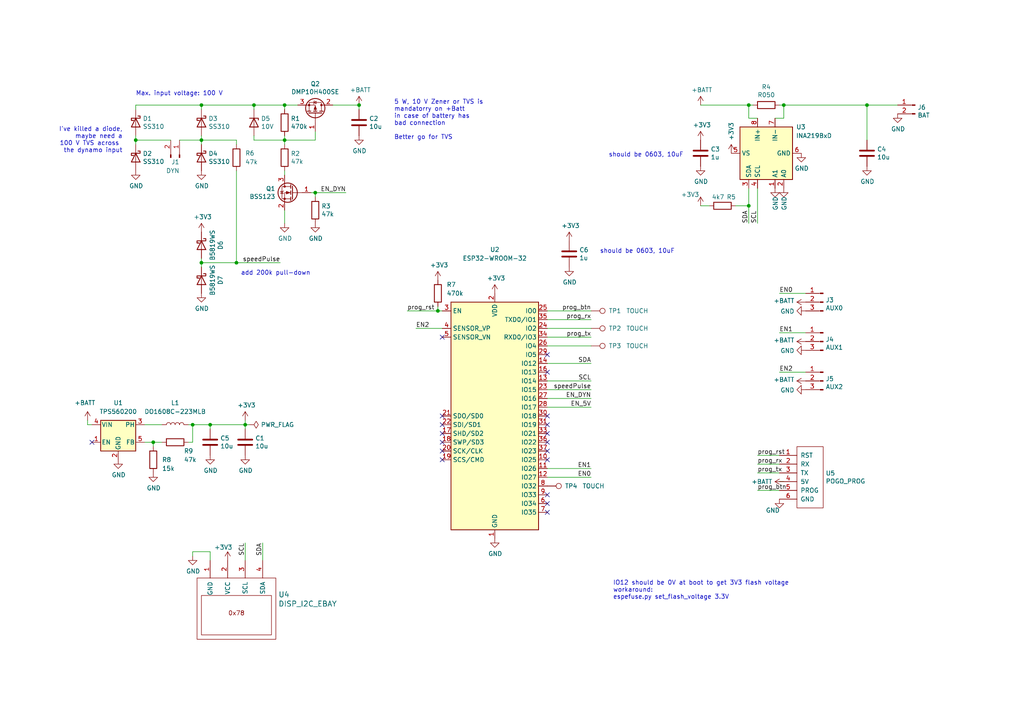
<source format=kicad_sch>
(kicad_sch (version 20211123) (generator eeschema)
  (paper "A4")
  (title_block (title "Velogen") (date "2020-09-22") (rev "-"))
  (lib_symbols
    (symbol "Analog_ADC:INA219BxD"
      (property "Reference" "U" (at -6.35 8.89 0))
      (property "Value" "INA219BxD" (at 5.08 8.89 0))
      (symbol "INA219BxD_0_1"
        (rectangle (start -7.62 7.62) (end 7.62 -7.62) (stroke (width 0.254)) (fill (type background)))
      )
      (symbol "INA219BxD_1_1"
        (pin input line (at 10.16 -2.54 180) (length 2.54) (name "A1") (number "1"))
        (pin input line (at 10.16 -5.08 180) (length 2.54) (name "A0") (number "2"))
        (pin bidirectional line (at 10.16 5.08 180) (length 2.54) (name "SDA") (number "3"))
        (pin input line (at 10.16 2.54 180) (length 2.54) (name "SCL") (number "4"))
        (pin power_in line (at 0 10.16 270) (length 2.54) (name "VS") (number "5"))
        (pin power_in line (at 0 -10.16 90) (length 2.54) (name "GND") (number "6"))
        (pin input line (at -10.16 -2.54 0) (length 2.54) (name "IN-") (number "7"))
        (pin input line (at -10.16 2.54 0) (length 2.54) (name "IN+") (number "8"))
      )
    )
    (symbol "Connector:Conn_01x02_Male" (pin_names (offset 1.016) hide)
      (property "Reference" "J" (at 0 2.54 0))
      (property "Value" "Conn_01x02_Male" (at 0 -5.08 0))
      (symbol "Conn_01x02_Male_1_1"
        (polyline (pts (xy 1.27 -2.54) (xy 0.8636 -2.54)) (stroke (width 0.1524)))
        (polyline (pts (xy 1.27 0) (xy 0.8636 0)) (stroke (width 0.1524)))
        (rectangle (start 0.8636 -2.413) (end 0 -2.667) (stroke (width 0.1524)) (fill (type outline)))
        (rectangle (start 0.8636 0.127) (end 0 -0.127) (stroke (width 0.1524)) (fill (type outline)))
        (pin passive line (at 5.08 0 180) (length 3.81) (name "Pin_1") (number "1"))
        (pin passive line (at 5.08 -2.54 180) (length 3.81) (name "Pin_2") (number "2"))
      )
    )
    (symbol "Connector:Conn_01x03_Male" (pin_names (offset 1.016) hide)
      (property "Reference" "J" (at 0 5.08 0))
      (property "Value" "Conn_01x03_Male" (at 0 -5.08 0))
      (symbol "Conn_01x03_Male_1_1"
        (polyline (pts (xy 1.27 -2.54) (xy 0.8636 -2.54)) (stroke (width 0.1524)))
        (polyline (pts (xy 1.27 0) (xy 0.8636 0)) (stroke (width 0.1524)))
        (polyline (pts (xy 1.27 2.54) (xy 0.8636 2.54)) (stroke (width 0.1524)))
        (rectangle (start 0.8636 -2.413) (end 0 -2.667) (stroke (width 0.1524)) (fill (type outline)))
        (rectangle (start 0.8636 0.127) (end 0 -0.127) (stroke (width 0.1524)) (fill (type outline)))
        (rectangle (start 0.8636 2.667) (end 0 2.413) (stroke (width 0.1524)) (fill (type outline)))
        (pin passive line (at 5.08 2.54 180) (length 3.81) (name "Pin_1") (number "1"))
        (pin passive line (at 5.08 0 180) (length 3.81) (name "Pin_2") (number "2"))
        (pin passive line (at 5.08 -2.54 180) (length 3.81) (name "Pin_3") (number "3"))
      )
    )
    (symbol "Connector:TestPoint" (pin_numbers hide) (pin_names (offset 0.762) hide)
      (property "Reference" "TP" (at 0 6.858 0))
      (property "Value" "TestPoint" (at 0 5.08 0))
      (symbol "TestPoint_0_1"
        (circle (center 0 3.302) (radius 0.762))
      )
      (symbol "TestPoint_1_1"
        (pin passive line (at 0 0 90) (length 2.54) (name "1") (number "1"))
      )
    )
    (symbol "Device:C" (pin_numbers hide) (pin_names (offset 0.254))
      (property "Reference" "C" (at 0.635 2.54 0))
      (property "Value" "C" (at 0.635 -2.54 0))
      (symbol "C_0_1"
        (polyline (pts (xy -2.032 -0.762) (xy 2.032 -0.762)) (stroke (width 0.508)))
        (polyline (pts (xy -2.032 0.762) (xy 2.032 0.762)) (stroke (width 0.508)))
      )
      (symbol "C_1_1"
        (pin passive line (at 0 3.81 270) (length 2.794) (name "~") (number "1"))
        (pin passive line (at 0 -3.81 90) (length 2.794) (name "~") (number "2"))
      )
    )
    (symbol "Device:D_Schottky" (pin_numbers hide) (pin_names (offset 1.016) hide)
      (property "Reference" "D" (at 0 2.54 0))
      (property "Value" "D_Schottky" (at 0 -2.54 0))
      (symbol "D_Schottky_0_1"
        (polyline (pts (xy 1.27 0) (xy -1.27 0)))
        (polyline (pts (xy 1.27 1.27) (xy 1.27 -1.27) (xy -1.27 0) (xy 1.27 1.27)) (stroke (width 0.254)))
        (polyline (pts (xy -1.905 0.635) (xy -1.905 1.27) (xy -1.27 1.27) (xy -1.27 -1.27) (xy -0.635 -1.27) (xy -0.635 -0.635)) (stroke (width 0.254)))
      )
      (symbol "D_Schottky_1_1"
        (pin passive line (at -3.81 0 0) (length 2.54) (name "K") (number "1"))
        (pin passive line (at 3.81 0 180) (length 2.54) (name "A") (number "2"))
      )
    )
    (symbol "Device:D_Zener" (pin_numbers hide) (pin_names (offset 1.016) hide)
      (property "Reference" "D" (at 0 2.54 0))
      (property "Value" "D_Zener" (at 0 -2.54 0))
      (symbol "D_Zener_0_1"
        (polyline (pts (xy 1.27 0) (xy -1.27 0)))
        (polyline (pts (xy -1.27 -1.27) (xy -1.27 1.27) (xy -0.762 1.27)) (stroke (width 0.254)))
        (polyline (pts (xy 1.27 -1.27) (xy 1.27 1.27) (xy -1.27 0) (xy 1.27 -1.27)) (stroke (width 0.254)))
      )
      (symbol "D_Zener_1_1"
        (pin passive line (at -3.81 0 0) (length 2.54) (name "K") (number "1"))
        (pin passive line (at 3.81 0 180) (length 2.54) (name "A") (number "2"))
      )
    )
    (symbol "Device:L" (pin_numbers hide) (pin_names (offset 1.016) hide)
      (property "Reference" "L" (at -1.27 0 90))
      (property "Value" "L" (at 1.905 0 90))
      (symbol "L_0_1"
        (arc (start 0 -2.54) (mid 0.635 -1.905) (end 0 -1.27))
        (arc (start 0 -1.27) (mid 0.635 -0.635) (end 0 0))
        (arc (start 0 0) (mid 0.635 0.635) (end 0 1.27))
        (arc (start 0 1.27) (mid 0.635 1.905) (end 0 2.54))
      )
      (symbol "L_1_1"
        (pin passive line (at 0 3.81 270) (length 1.27) (name "1") (number "1"))
        (pin passive line (at 0 -3.81 90) (length 1.27) (name "2") (number "2"))
      )
    )
    (symbol "Device:Q_PMOS_GDS" (pin_names (offset 0) hide)
      (property "Reference" "Q" (at 5.08 1.27 0))
      (property "Value" "Q_PMOS_GDS" (at 5.08 -1.27 0))
      (symbol "Q_PMOS_GDS_0_1"
        (polyline (pts (xy 0.254 0) (xy -2.54 0)))
        (polyline (pts (xy 0.254 1.905) (xy 0.254 -1.905)) (stroke (width 0.254)))
        (polyline (pts (xy 0.762 -1.27) (xy 0.762 -2.286)) (stroke (width 0.254)))
        (polyline (pts (xy 0.762 0.508) (xy 0.762 -0.508)) (stroke (width 0.254)))
        (polyline (pts (xy 0.762 2.286) (xy 0.762 1.27)) (stroke (width 0.254)))
        (polyline (pts (xy 2.54 2.54) (xy 2.54 1.778)))
        (polyline (pts (xy 2.54 -2.54) (xy 2.54 0) (xy 0.762 0)))
        (polyline (pts (xy 0.762 1.778) (xy 3.302 1.778) (xy 3.302 -1.778) (xy 0.762 -1.778)))
        (polyline (pts (xy 2.286 0) (xy 1.27 0.381) (xy 1.27 -0.381) (xy 2.286 0)) (fill (type outline)))
        (polyline (pts (xy 2.794 -0.508) (xy 2.921 -0.381) (xy 3.683 -0.381) (xy 3.81 -0.254)))
        (polyline (pts (xy 3.302 -0.381) (xy 2.921 0.254) (xy 3.683 0.254) (xy 3.302 -0.381)))
        (circle (center 1.651 0) (radius 2.794) (stroke (width 0.254)))
        (circle (center 2.54 -1.778) (radius 0.254) (fill (type outline)))
        (circle (center 2.54 1.778) (radius 0.254) (fill (type outline)))
      )
      (symbol "Q_PMOS_GDS_1_1"
        (pin input line (at -5.08 0 0) (length 2.54) (name "G") (number "1"))
        (pin passive line (at 2.54 5.08 270) (length 2.54) (name "D") (number "2"))
        (pin passive line (at 2.54 -5.08 90) (length 2.54) (name "S") (number "3"))
      )
    )
    (symbol "Device:R" (pin_numbers hide) (pin_names (offset 0))
      (property "Reference" "R" (at 2.032 0 90))
      (property "Value" "R" (at 0 0 90))
      (symbol "R_0_1"
        (rectangle (start -1.016 -2.54) (end 1.016 2.54) (stroke (width 0.254)))
      )
      (symbol "R_1_1"
        (pin passive line (at 0 3.81 270) (length 1.27) (name "~") (number "1"))
        (pin passive line (at 0 -3.81 90) (length 1.27) (name "~") (number "2"))
      )
    )
    (symbol "RF_Module:ESP32-WROOM-32"
      (property "Reference" "U" (at -12.7 34.29 0))
      (property "Value" "ESP32-WROOM-32" (at 1.27 34.29 0))
      (symbol "ESP32-WROOM-32_0_1"
        (rectangle (start -12.7 33.02) (end 12.7 -33.02) (stroke (width 0.254)) (fill (type background)))
      )
      (symbol "ESP32-WROOM-32_1_1"
        (pin power_in line (at 0 -35.56 90) (length 2.54) (name "GND") (number "1"))
        (pin bidirectional line (at 15.24 -12.7 180) (length 2.54) (name "IO25") (number "10"))
        (pin bidirectional line (at 15.24 -15.24 180) (length 2.54) (name "IO26") (number "11"))
        (pin bidirectional line (at 15.24 -17.78 180) (length 2.54) (name "IO27") (number "12"))
        (pin bidirectional line (at 15.24 10.16 180) (length 2.54) (name "IO14") (number "13"))
        (pin bidirectional line (at 15.24 15.24 180) (length 2.54) (name "IO12") (number "14"))
        (pin passive line (at 0 -35.56 90) (length 2.54) hide (name "GND") (number "15"))
        (pin bidirectional line (at 15.24 12.7 180) (length 2.54) (name "IO13") (number "16"))
        (pin bidirectional line (at -15.24 -5.08 0) (length 2.54) (name "SHD/SD2") (number "17"))
        (pin bidirectional line (at -15.24 -7.62 0) (length 2.54) (name "SWP/SD3") (number "18"))
        (pin bidirectional line (at -15.24 -12.7 0) (length 2.54) (name "SCS/CMD") (number "19"))
        (pin power_in line (at 0 35.56 270) (length 2.54) (name "VDD") (number "2"))
        (pin bidirectional line (at -15.24 -10.16 0) (length 2.54) (name "SCK/CLK") (number "20"))
        (pin bidirectional line (at -15.24 0 0) (length 2.54) (name "SDO/SD0") (number "21"))
        (pin bidirectional line (at -15.24 -2.54 0) (length 2.54) (name "SDI/SD1") (number "22"))
        (pin bidirectional line (at 15.24 7.62 180) (length 2.54) (name "IO15") (number "23"))
        (pin bidirectional line (at 15.24 25.4 180) (length 2.54) (name "IO2") (number "24"))
        (pin bidirectional line (at 15.24 30.48 180) (length 2.54) (name "IO0") (number "25"))
        (pin bidirectional line (at 15.24 20.32 180) (length 2.54) (name "IO4") (number "26"))
        (pin bidirectional line (at 15.24 5.08 180) (length 2.54) (name "IO16") (number "27"))
        (pin bidirectional line (at 15.24 2.54 180) (length 2.54) (name "IO17") (number "28"))
        (pin bidirectional line (at 15.24 17.78 180) (length 2.54) (name "IO5") (number "29"))
        (pin input line (at -15.24 30.48 0) (length 2.54) (name "EN") (number "3"))
        (pin bidirectional line (at 15.24 0 180) (length 2.54) (name "IO18") (number "30"))
        (pin bidirectional line (at 15.24 -2.54 180) (length 2.54) (name "IO19") (number "31"))
        (pin no_connect line (at -12.7 -27.94 0) (length 2.54) hide (name "NC") (number "32"))
        (pin bidirectional line (at 15.24 -5.08 180) (length 2.54) (name "IO21") (number "33"))
        (pin bidirectional line (at 15.24 22.86 180) (length 2.54) (name "RXD0/IO3") (number "34"))
        (pin bidirectional line (at 15.24 27.94 180) (length 2.54) (name "TXD0/IO1") (number "35"))
        (pin bidirectional line (at 15.24 -7.62 180) (length 2.54) (name "IO22") (number "36"))
        (pin bidirectional line (at 15.24 -10.16 180) (length 2.54) (name "IO23") (number "37"))
        (pin passive line (at 0 -35.56 90) (length 2.54) hide (name "GND") (number "38"))
        (pin passive line (at 0 -35.56 90) (length 2.54) hide (name "GND") (number "39"))
        (pin input line (at -15.24 25.4 0) (length 2.54) (name "SENSOR_VP") (number "4"))
        (pin input line (at -15.24 22.86 0) (length 2.54) (name "SENSOR_VN") (number "5"))
        (pin input line (at 15.24 -25.4 180) (length 2.54) (name "IO34") (number "6"))
        (pin input line (at 15.24 -27.94 180) (length 2.54) (name "IO35") (number "7"))
        (pin bidirectional line (at 15.24 -20.32 180) (length 2.54) (name "IO32") (number "8"))
        (pin bidirectional line (at 15.24 -22.86 180) (length 2.54) (name "IO33") (number "9"))
      )
    )
    (symbol "Regulator_Switching:TPS560200" (pin_names (offset 0.254))
      (property "Reference" "U" (at -5.08 5.08 0))
      (property "Value" "TPS560200" (at 0 5.08 0))
      (symbol "TPS560200_0_1"
        (rectangle (start -5.08 3.81) (end 5.08 -5.08) (stroke (width 0.254)) (fill (type background)))
      )
      (symbol "TPS560200_1_1"
        (pin input line (at -7.62 -2.54 0) (length 2.54) (name "EN") (number "1"))
        (pin power_in line (at 0 -7.62 90) (length 2.54) (name "GND") (number "2"))
        (pin power_out line (at 7.62 2.54 180) (length 2.54) (name "PH") (number "3"))
        (pin power_in line (at -7.62 2.54 0) (length 2.54) (name "VIN") (number "4"))
        (pin input line (at 7.62 -2.54 180) (length 2.54) (name "FB") (number "5"))
      )
    )
    (symbol "Transistor_FET:BSS123" (pin_names hide)
      (property "Reference" "Q" (at 5.08 1.905 0))
      (property "Value" "BSS123" (at 5.08 0 0))
      (symbol "BSS123_0_1"
        (polyline (pts (xy 0.254 0) (xy -2.54 0)))
        (polyline (pts (xy 0.254 1.905) (xy 0.254 -1.905)) (stroke (width 0.254)))
        (polyline (pts (xy 0.762 -1.27) (xy 0.762 -2.286)) (stroke (width 0.254)))
        (polyline (pts (xy 0.762 0.508) (xy 0.762 -0.508)) (stroke (width 0.254)))
        (polyline (pts (xy 0.762 2.286) (xy 0.762 1.27)) (stroke (width 0.254)))
        (polyline (pts (xy 2.54 2.54) (xy 2.54 1.778)))
        (polyline (pts (xy 2.54 -2.54) (xy 2.54 0) (xy 0.762 0)))
        (polyline (pts (xy 0.762 -1.778) (xy 3.302 -1.778) (xy 3.302 1.778) (xy 0.762 1.778)))
        (polyline (pts (xy 1.016 0) (xy 2.032 0.381) (xy 2.032 -0.381) (xy 1.016 0)) (fill (type outline)))
        (polyline (pts (xy 2.794 0.508) (xy 2.921 0.381) (xy 3.683 0.381) (xy 3.81 0.254)))
        (polyline (pts (xy 3.302 0.381) (xy 2.921 -0.254) (xy 3.683 -0.254) (xy 3.302 0.381)))
        (circle (center 1.651 0) (radius 2.794) (stroke (width 0.254)))
        (circle (center 2.54 -1.778) (radius 0.254) (fill (type outline)))
        (circle (center 2.54 1.778) (radius 0.254) (fill (type outline)))
      )
      (symbol "BSS123_1_1"
        (pin input line (at -5.08 0 0) (length 2.54) (name "G") (number "1"))
        (pin passive line (at 2.54 -5.08 90) (length 2.54) (name "S") (number "2"))
        (pin passive line (at 2.54 5.08 270) (length 2.54) (name "D") (number "3"))
      )
    )
    (symbol "power:+3V3" (power) (pin_names (offset 0))
      (property "Value" "+3V3" (at 0 3.556 0))
      (symbol "+3V3_0_1"
        (polyline (pts (xy -0.762 1.27) (xy 0 2.54)))
        (polyline (pts (xy 0 0) (xy 0 2.54)))
        (polyline (pts (xy 0 2.54) (xy 0.762 1.27)))
      )
      (symbol "+3V3_1_1"
        (pin power_in line (at 0 0 90) (length 0) hide (name "+3V3") (number "1"))
      )
    )
    (symbol "power:+BATT" (power) (pin_names (offset 0))
      (property "Value" "+BATT" (at 0 3.556 0))
      (symbol "+BATT_0_1"
        (polyline (pts (xy -0.762 1.27) (xy 0 2.54)))
        (polyline (pts (xy 0 0) (xy 0 2.54)))
        (polyline (pts (xy 0 2.54) (xy 0.762 1.27)))
      )
      (symbol "+BATT_1_1"
        (pin power_in line (at 0 0 90) (length 0) hide (name "+BATT") (number "1"))
      )
    )
    (symbol "power:GND" (power) (pin_names (offset 0))
      (property "Value" "GND" (at 0 -3.81 0))
      (symbol "GND_0_1"
        (polyline (pts (xy 0 0) (xy 0 -1.27) (xy 1.27 -1.27) (xy 0 -2.54) (xy -1.27 -1.27) (xy 0 -1.27)))
      )
      (symbol "GND_1_1"
        (pin power_in line (at 0 0 270) (length 0) hide (name "GND") (number "1"))
      )
    )
    (symbol "power:PWR_FLAG" (power) (pin_numbers hide) (pin_names (offset 0) hide)
      (property "Value" "PWR_FLAG" (at 0 3.81 0))
      (symbol "PWR_FLAG_0_0"
        (pin power_out line (at 0 0 90) (length 0) (name "pwr") (number "1"))
      )
      (symbol "PWR_FLAG_0_1"
        (polyline (pts (xy 0 0) (xy 0 1.27) (xy -1.016 1.905) (xy 0 2.54) (xy 1.016 1.905) (xy 0 1.27)))
      )
    )
    (symbol "velogen2-rescue:DISP_I2C_EBAY-myStuff" (pin_names (offset 1.016))
      (property "Reference" "U" (at -6.35 1.27 0))
      (property "Value" "DISP_I2C_EBAY-myStuff" (at 0 -2.54 0))
      (symbol "DISP_I2C_EBAY-myStuff_0_0"
        (text "0x78" (at 0 2.54 0) (effects (font (size 1.27 1.27))))
      )
      (symbol "DISP_I2C_EBAY-myStuff_0_1"
        (rectangle (start -11.43 12.7) (end 11.43 -5.08))
        (rectangle (start -10.16 7.62) (end 10.16 -3.81))
      )
      (symbol "DISP_I2C_EBAY-myStuff_1_1"
        (pin power_in line (at -7.62 17.78 270) (length 5.08) (name "GND") (number "1"))
        (pin power_in line (at -2.54 17.78 270) (length 5.08) (name "VCC") (number "2"))
        (pin input line (at 2.54 17.78 270) (length 5.08) (name "SCL") (number "3"))
        (pin input line (at 7.62 17.78 270) (length 5.08) (name "SDA") (number "4"))
      )
    )
    (symbol "velogen2-rescue:POGO_PROG-myStuff" (pin_names (offset 1.016))
      (property "Reference" "U" (at 0 -13.97 0))
      (property "Value" "POGO_PROG-myStuff" (at 0 -11.43 0))
      (symbol "POGO_PROG-myStuff_0_1"
        (rectangle (start 3.81 8.89) (end -3.81 -8.89))
      )
      (symbol "POGO_PROG-myStuff_1_1"
        (pin output line (at 8.89 6.35 180) (length 5.08) (name "RST") (number "1"))
        (pin input line (at 8.89 3.81 180) (length 5.08) (name "RX") (number "2"))
        (pin output line (at 8.89 1.27 180) (length 5.08) (name "TX") (number "3"))
        (pin power_out line (at 8.89 -1.27 180) (length 5.08) (name "5V") (number "4"))
        (pin passive line (at 8.89 -3.81 180) (length 5.08) (name "PROG") (number "5"))
        (pin power_out line (at 8.89 -6.35 180) (length 5.08) (name "GND") (number "6"))
      )
    )
  )
  (junction (at 60.96 123.19))
  (junction (at 71.12 123.19))
  (junction (at 39.37 40.64))
  (junction (at 104.14 30.48))
  (junction (at 68.58 76.2))
  (junction (at 91.44 55.88))
  (junction (at 127 90.17))
  (junction (at 217.17 30.48))
  (junction (at 58.42 40.64))
  (junction (at 58.42 30.48))
  (junction (at 217.17 59.69))
  (junction (at 251.46 30.48))
  (junction (at 58.42 76.2))
  (junction (at 82.55 30.48))
  (junction (at 73.66 30.48))
  (junction (at 44.45 128.27))
  (junction (at 227.33 30.48))
  (junction (at 55.88 123.19))
  (junction (at 82.55 40.64))
  (no_connect (at 128.27 125.73))
  (no_connect (at 158.75 123.19))
  (no_connect (at 26.67 128.27))
  (no_connect (at 158.75 143.51))
  (no_connect (at 158.75 128.27))
  (no_connect (at 158.75 120.65))
  (no_connect (at 158.75 146.05))
  (no_connect (at 158.75 125.73))
  (no_connect (at 128.27 120.65))
  (no_connect (at 128.27 123.19))
  (no_connect (at 158.75 102.87))
  (no_connect (at 158.75 130.81))
  (no_connect (at 128.27 128.27))
  (no_connect (at 158.75 133.35))
  (no_connect (at 128.27 97.79))
  (no_connect (at 158.75 148.59))
  (no_connect (at 128.27 130.81))
  (no_connect (at 158.75 107.95))
  (no_connect (at 128.27 133.35))
  (wire (pts (xy 58.42 41.91) (xy 58.42 40.64)))
  (wire (pts (xy 158.75 97.79) (xy 171.45 97.79)))
  (wire (pts (xy 55.88 123.19) (xy 60.96 123.19)))
  (wire (pts (xy 217.17 54.61) (xy 217.17 59.69)))
  (wire (pts (xy 60.96 123.19) (xy 71.12 123.19)))
  (wire (pts (xy 55.88 161.29) (xy 55.88 160.02)))
  (wire (pts (xy 73.66 31.75) (xy 73.66 30.48)))
  (wire (pts (xy 54.61 128.27) (xy 55.88 128.27)))
  (wire (pts (xy 217.17 59.69) (xy 213.36 59.69)))
  (wire (pts (xy 203.2 30.48) (xy 217.17 30.48)))
  (wire (pts (xy 171.45 113.03) (xy 158.75 113.03)))
  (wire (pts (xy 39.37 40.64) (xy 39.37 41.91)))
  (wire (pts (xy 224.79 34.29) (xy 227.33 34.29)))
  (wire (pts (xy 158.75 115.57) (xy 171.45 115.57)))
  (wire (pts (xy 226.06 142.24) (xy 219.71 142.24)))
  (wire (pts (xy 158.75 135.89) (xy 171.45 135.89)))
  (wire (pts (xy 39.37 30.48) (xy 58.42 30.48)))
  (wire (pts (xy 226.06 132.08) (xy 219.71 132.08)))
  (wire (pts (xy 41.91 123.19) (xy 46.99 123.19)))
  (wire (pts (xy 52.07 40.64) (xy 58.42 40.64)))
  (wire (pts (xy 55.88 128.27) (xy 55.88 123.19)))
  (wire (pts (xy 73.66 39.37) (xy 73.66 40.64)))
  (wire (pts (xy 58.42 76.2) (xy 68.58 76.2)))
  (wire (pts (xy 218.44 30.48) (xy 217.17 30.48)))
  (wire (pts (xy 90.17 55.88) (xy 91.44 55.88)))
  (wire (pts (xy 91.44 40.64) (xy 82.55 40.64)))
  (wire (pts (xy 39.37 40.64) (xy 49.53 40.64)))
  (wire (pts (xy 158.75 110.49) (xy 171.45 110.49)))
  (wire (pts (xy 158.75 95.25) (xy 171.45 95.25)))
  (wire (pts (xy 227.33 30.48) (xy 227.33 34.29)))
  (wire (pts (xy 58.42 76.2) (xy 58.42 77.47)))
  (wire (pts (xy 25.4 121.92) (xy 25.4 123.19)))
  (wire (pts (xy 68.58 49.53) (xy 68.58 76.2)))
  (wire (pts (xy 158.75 118.11) (xy 171.45 118.11)))
  (wire (pts (xy 158.75 90.17) (xy 171.45 90.17)))
  (wire (pts (xy 203.2 59.69) (xy 205.74 59.69)))
  (wire (pts (xy 127 88.9) (xy 127 90.17)))
  (wire (pts (xy 54.61 123.19) (xy 55.88 123.19)))
  (wire (pts (xy 46.99 128.27) (xy 44.45 128.27)))
  (wire (pts (xy 55.88 160.02) (xy 60.96 160.02)))
  (wire (pts (xy 68.58 41.91) (xy 68.58 40.64)))
  (wire (pts (xy 217.17 59.69) (xy 217.17 64.77)))
  (wire (pts (xy 158.75 92.71) (xy 171.45 92.71)))
  (wire (pts (xy 72.39 123.19) (xy 71.12 123.19)))
  (wire (pts (xy 91.44 55.88) (xy 91.44 57.15)))
  (wire (pts (xy 251.46 40.64) (xy 251.46 30.48)))
  (wire (pts (xy 44.45 129.54) (xy 44.45 128.27)))
  (wire (pts (xy 68.58 76.2) (xy 81.28 76.2)))
  (wire (pts (xy 217.17 34.29) (xy 217.17 30.48)))
  (wire (pts (xy 219.71 54.61) (xy 219.71 64.77)))
  (wire (pts (xy 39.37 39.37) (xy 39.37 40.64)))
  (wire (pts (xy 82.55 41.91) (xy 82.55 40.64)))
  (wire (pts (xy 71.12 121.92) (xy 71.12 123.19)))
  (wire (pts (xy 73.66 40.64) (xy 82.55 40.64)))
  (wire (pts (xy 158.75 105.41) (xy 171.45 105.41)))
  (wire (pts (xy 96.52 30.48) (xy 104.14 30.48)))
  (wire (pts (xy 91.44 38.1) (xy 91.44 40.64)))
  (wire (pts (xy 39.37 31.75) (xy 39.37 30.48)))
  (wire (pts (xy 127 90.17) (xy 128.27 90.17)))
  (wire (pts (xy 71.12 123.19) (xy 71.12 124.46)))
  (wire (pts (xy 82.55 30.48) (xy 86.36 30.48)))
  (wire (pts (xy 227.33 30.48) (xy 226.06 30.48)))
  (wire (pts (xy 226.06 137.16) (xy 219.71 137.16)))
  (wire (pts (xy 233.68 85.09) (xy 226.06 85.09)))
  (wire (pts (xy 158.75 100.33) (xy 171.45 100.33)))
  (wire (pts (xy 41.91 128.27) (xy 44.45 128.27)))
  (wire (pts (xy 73.66 30.48) (xy 82.55 30.48)))
  (wire (pts (xy 71.12 162.56) (xy 71.12 157.48)))
  (wire (pts (xy 219.71 34.29) (xy 217.17 34.29)))
  (wire (pts (xy 128.27 95.25) (xy 120.65 95.25)))
  (wire (pts (xy 58.42 74.93) (xy 58.42 76.2)))
  (wire (pts (xy 233.68 107.95) (xy 226.06 107.95)))
  (wire (pts (xy 60.96 124.46) (xy 60.96 123.19)))
  (wire (pts (xy 226.06 139.7) (xy 227.33 139.7)))
  (wire (pts (xy 227.33 30.48) (xy 251.46 30.48)))
  (wire (pts (xy 82.55 31.75) (xy 82.55 30.48)))
  (wire (pts (xy 158.75 138.43) (xy 171.45 138.43)))
  (wire (pts (xy 58.42 30.48) (xy 73.66 30.48)))
  (wire (pts (xy 91.44 55.88) (xy 100.33 55.88)))
  (wire (pts (xy 251.46 30.48) (xy 260.35 30.48)))
  (wire (pts (xy 60.96 160.02) (xy 60.96 162.56)))
  (wire (pts (xy 127 90.17) (xy 118.11 90.17)))
  (wire (pts (xy 25.4 123.19) (xy 26.67 123.19)))
  (wire (pts (xy 233.68 96.52) (xy 226.06 96.52)))
  (wire (pts (xy 82.55 39.37) (xy 82.55 40.64)))
  (wire (pts (xy 76.2 162.56) (xy 76.2 157.48)))
  (wire (pts (xy 68.58 40.64) (xy 58.42 40.64)))
  (wire (pts (xy 104.14 31.75) (xy 104.14 30.48)))
  (wire (pts (xy 82.55 49.53) (xy 82.55 50.8)))
  (wire (pts (xy 58.42 40.64) (xy 58.42 39.37)))
  (wire (pts (xy 226.06 134.62) (xy 219.71 134.62)))
  (wire (pts (xy 58.42 30.48) (xy 58.42 31.75)))
  (wire (pts (xy 82.55 64.77) (xy 82.55 60.96)))
  (text "IO12 should be 0V at boot to get 3V3 flash voltage\nworkaround:\nespefuse.py set_flash_voltage 3.3V" (at 177.8 173.99 0) (effects (font (size 1.27 1.27)) (justify left bottom)))
  (text "add 200k pull-down" (at 69.85 80.01 0) (effects (font (size 1.27 1.27)) (justify left bottom)))
  (text "5 W, 10 V Zener or TVS is\nmandatorry on +Batt\nin case of battery has\nbad connection\n\nBetter go for TVS" (at 114.3 40.64 0) (effects (font (size 1.27 1.27)) (justify left bottom)))
  (text "should be 0603, 10uF" (at 176.53 45.72 0) (effects (font (size 1.27 1.27)) (justify left bottom)))
  (text "I've killed a diode,\nmaybe need a\n100 V TVS across \nthe dynamo input" (at 35.56 44.45 0) (effects (font (size 1.27 1.27)) (justify right bottom)))
  (text "Max. input voltage: 100 V" (at 39.37 27.94 0) (effects (font (size 1.27 1.27)) (justify left bottom)))
  (text "should be 0603, 10uF" (at 173.99 73.66 0) (effects (font (size 1.27 1.27)) (justify left bottom)))
  (label "prog_tx" (at 219.71 137.16 0))
  (label "speedPulse" (at 81.28 76.2 180))
  (label "EN_5V" (at 171.45 118.11 180))
  (label "EN1" (at 171.45 135.89 180))
  (label "EN0" (at 171.45 138.43 180))
  (label "EN2" (at 226.06 107.95 0))
  (label "speedPulse" (at 171.45 113.03 180))
  (label "SCL" (at 171.45 110.49 180))
  (label "SCL" (at 219.71 64.77 90))
  (label "EN_DYN" (at 100.33 55.88 180))
  (label "SDA" (at 76.2 157.48 270))
  (label "prog_tx" (at 171.45 97.79 180))
  (label "EN_DYN" (at 171.45 115.57 180))
  (label "SDA" (at 217.17 64.77 90))
  (label "prog_rx" (at 219.71 134.62 0))
  (label "SDA" (at 171.45 105.41 180))
  (label "EN1" (at 226.06 96.52 0))
  (label "prog_rx" (at 171.45 92.71 180))
  (label "prog_rst" (at 118.11 90.17 0))
  (label "EN0" (at 226.06 85.09 0))
  (label "EN2" (at 120.65 95.25 0))
  (label "prog_rst" (at 219.71 132.08 0))
  (label "prog_btn" (at 171.45 90.17 180))
  (label "prog_btn" (at 219.71 142.24 0))
  (label "SCL" (at 71.12 157.48 270))
  (symbol (lib_id "Connector:Conn_01x02_Male") (at 265.43 30.48 0) (mirror y) (unit 1)
    (property "Reference" "J6" (at 266.1412 31.1404 0) (effects (justify right)))
    (property "Value" "BAT" (at 266.1412 33.4518 0) (effects (justify right)))
    (property "Footprint" "Connector_JST:JST_XH_S2B-XH-A-1_1x02_P2.50mm_Horizontal" (effects hide))
  )
  (symbol (lib_id "Connector:Conn_01x02_Male") (at 52.07 45.72 270) (mirror x) (unit 1)
    (property "Reference" "J1" (at 52.07 46.99 90) (effects (justify right)))
    (property "Value" "DYN" (at 52.07 49.53 90) (effects (justify right)))
    (property "Footprint" "Connector_JST:JST_XH_S2B-XH-A-1_1x02_P2.50mm_Horizontal" (effects hide))
  )
  (symbol (lib_id "Device:D_Schottky") (at 39.37 35.56 270) (unit 1)
    (property "Reference" "D1" (at 41.402 34.3916 90) (effects (justify left)))
    (property "Value" "SS310" (at 41.402 36.703 90) (effects (justify left)))
    (property "Footprint" "Diode_SMD:D_SMA" (effects hide))
  )
  (symbol (lib_id "Device:D_Schottky") (at 58.42 35.56 270) (unit 1)
    (property "Reference" "D3" (at 60.452 34.3916 90) (effects (justify left)))
    (property "Value" "SS310" (at 60.452 36.703 90) (effects (justify left)))
    (property "Footprint" "Diode_SMD:D_SMA" (effects hide))
  )
  (symbol (lib_id "Device:D_Schottky") (at 39.37 45.72 270) (unit 1)
    (property "Reference" "D2" (at 41.402 44.5516 90) (effects (justify left)))
    (property "Value" "SS310" (at 41.402 46.863 90) (effects (justify left)))
    (property "Footprint" "Diode_SMD:D_SMA" (effects hide))
  )
  (symbol (lib_id "Device:D_Schottky") (at 58.42 45.72 270) (unit 1)
    (property "Reference" "D4" (at 60.452 44.5516 90) (effects (justify left)))
    (property "Value" "SS310" (at 60.452 46.863 90) (effects (justify left)))
    (property "Footprint" "Diode_SMD:D_SMA" (effects hide))
  )
  (symbol (lib_id "power:GND") (at 39.37 49.53 0) (unit 1)
    (property "Reference" "#PWR0101" (effects hide))
    (property "Value" "GND" (at 39.497 53.9242 0))
  )
  (symbol (lib_id "power:GND") (at 58.42 49.53 0) (unit 1)
    (property "Reference" "#PWR0102" (effects hide))
    (property "Value" "GND" (at 58.547 53.9242 0))
  )
  (symbol (lib_id "Device:Q_PMOS_GDS") (at 91.44 33.02 270) (mirror x) (unit 1)
    (property "Reference" "Q2" (at 91.44 24.3332 90))
    (property "Value" "DMP10H400SE" (at 91.44 26.6446 90))
    (property "Footprint" "Package_TO_SOT_SMD:SOT-223-3_TabPin2" (effects hide))
    (property "Datasheet" "https://www.diodes.com/assets/Datasheets/DMP10H400SE.pdf" (effects hide))
  )
  (symbol (lib_id "Device:D_Zener") (at 73.66 35.56 270) (unit 1)
    (property "Reference" "D5" (at 75.692 34.3916 90) (effects (justify left)))
    (property "Value" "10V" (at 75.692 36.703 90) (effects (justify left)))
    (property "Footprint" "Diode_SMD:D_SOD-123" (effects hide))
  )
  (symbol (lib_id "Device:R") (at 82.55 35.56 0) (unit 1)
    (property "Reference" "R1" (at 84.328 34.3916 0) (effects (justify left)))
    (property "Value" "470k" (at 84.328 36.703 0) (effects (justify left)))
    (property "Footprint" "Resistor_SMD:R_0805_2012Metric" (effects hide))
  )
  (symbol (lib_id "Device:R") (at 82.55 45.72 0) (unit 1)
    (property "Reference" "R2" (at 84.328 44.5516 0) (effects (justify left)))
    (property "Value" "47k" (at 84.328 46.863 0) (effects (justify left)))
    (property "Footprint" "Resistor_SMD:R_0805_2012Metric" (effects hide))
  )
  (symbol (lib_id "power:GND") (at 82.55 64.77 0) (unit 1)
    (property "Reference" "#PWR0103" (effects hide))
    (property "Value" "GND" (at 82.677 69.1642 0))
  )
  (symbol (lib_id "power:GND") (at 260.35 33.02 0) (unit 1)
    (property "Reference" "#PWR0104" (effects hide))
    (property "Value" "GND" (at 260.477 37.4142 0))
  )
  (symbol (lib_id "velogen2-rescue:DISP_I2C_EBAY-myStuff") (at 68.58 180.34 0) (unit 1)
    (property "Reference" "U4" (at 80.7212 172.4406 0) (effects (font (size 1.524 1.524)) (justify left)))
    (property "Value" "DISP_I2C_EBAY" (at 80.7212 175.133 0) (effects (font (size 1.524 1.524)) (justify left)))
    (property "Footprint" "myStuff:DISP_I2C_EBAY" (effects hide))
  )
  (symbol (lib_id "power:GND") (at 55.88 161.29 0) (unit 1)
    (property "Reference" "#PWR0131" (effects hide))
    (property "Value" "GND" (at 56.007 165.6842 0))
  )
  (symbol (lib_id "power:+3V3") (at 66.04 162.56 0) (unit 1)
    (property "Reference" "#PWR0132" (effects hide))
    (property "Value" "+3V3" (at 64.77 158.75 0))
  )
  (symbol (lib_id "power:+BATT") (at 104.14 30.48 0) (unit 1)
    (property "Reference" "#PWR0105" (effects hide))
    (property "Value" "+BATT" (at 104.521 26.0858 0))
  )
  (symbol (lib_id "Device:C") (at 104.14 35.56 0) (unit 1)
    (property "Reference" "C2" (at 107.061 34.3916 0) (effects (justify left)))
    (property "Value" "10u" (at 107.061 36.703 0) (effects (justify left)))
    (property "Footprint" "Capacitor_SMD:C_1210_3225Metric" (effects hide))
  )
  (symbol (lib_id "power:GND") (at 104.14 39.37 0) (unit 1)
    (property "Reference" "#PWR0106" (effects hide))
    (property "Value" "GND" (at 104.267 43.7642 0))
  )
  (symbol (lib_id "Device:R") (at 91.44 60.96 0) (unit 1)
    (property "Reference" "R3" (at 93.218 59.7916 0) (effects (justify left)))
    (property "Value" "47k" (at 93.218 62.103 0) (effects (justify left)))
    (property "Footprint" "Resistor_SMD:R_0805_2012Metric" (effects hide))
  )
  (symbol (lib_id "power:GND") (at 91.44 64.77 0) (unit 1)
    (property "Reference" "#PWR0107" (effects hide))
    (property "Value" "GND" (at 91.567 69.1642 0))
  )
  (symbol (lib_id "Device:C") (at 251.46 44.45 0) (unit 1)
    (property "Reference" "C4" (at 254.381 43.2816 0) (effects (justify left)))
    (property "Value" "10u" (at 254.381 45.593 0) (effects (justify left)))
    (property "Footprint" "Capacitor_SMD:C_1210_3225Metric" (effects hide))
  )
  (symbol (lib_id "power:GND") (at 251.46 48.26 0) (unit 1)
    (property "Reference" "#PWR0108" (effects hide))
    (property "Value" "GND" (at 251.587 52.6542 0))
  )
  (symbol (lib_id "Analog_ADC:INA219BxD") (at 222.25 44.45 90) (mirror x) (unit 1)
    (property "Reference" "U3" (at 233.68 36.83 90) (effects (justify left)))
    (property "Value" "INA219BxD" (at 241.3 39.37 90) (effects (justify left)))
    (property "Footprint" "Package_SO:SOIC-8_3.9x4.9mm_P1.27mm" (effects hide))
    (property "Datasheet" "http://www.ti.com/lit/ds/symlink/ina219.pdf" (effects hide))
  )
  (symbol (lib_id "Device:R") (at 222.25 30.48 90) (mirror x) (unit 1)
    (property "Reference" "R4" (at 222.25 25.2222 90))
    (property "Value" "R050" (at 222.25 27.5336 90))
    (property "Footprint" "Resistor_SMD:R_1206_3216Metric" (effects hide))
  )
  (symbol (lib_id "power:+BATT") (at 203.2 30.48 0) (unit 1)
    (property "Reference" "#PWR0109" (effects hide))
    (property "Value" "+BATT" (at 203.581 26.0858 0))
  )
  (symbol (lib_id "power:GND") (at 232.41 44.45 0) (unit 1)
    (property "Reference" "#PWR0110" (effects hide))
    (property "Value" "GND" (at 232.537 48.8442 0))
  )
  (symbol (lib_id "power:+3V3") (at 212.09 44.45 0) (unit 1)
    (property "Reference" "#PWR0111" (effects hide))
    (property "Value" "+3V3" (at 212.09 38.1 90))
  )
  (symbol (lib_id "power:+3V3") (at 203.2 40.64 0) (unit 1)
    (property "Reference" "#PWR0112" (effects hide))
    (property "Value" "+3V3" (at 203.581 36.2458 0))
  )
  (symbol (lib_id "Device:C") (at 203.2 44.45 0) (unit 1)
    (property "Reference" "C3" (at 206.121 43.2816 0) (effects (justify left)))
    (property "Value" "1u" (at 206.121 45.593 0) (effects (justify left)))
    (property "Footprint" "Capacitor_SMD:C_0805_2012Metric" (effects hide))
  )
  (symbol (lib_id "power:GND") (at 203.2 48.26 0) (unit 1)
    (property "Reference" "#PWR0113" (effects hide))
    (property "Value" "GND" (at 203.327 52.6542 0))
  )
  (symbol (lib_id "power:GND") (at 224.79 54.61 0) (unit 1)
    (property "Reference" "#PWR0114" (effects hide))
    (property "Value" "GND" (at 224.917 59.0042 90))
  )
  (symbol (lib_id "power:GND") (at 227.33 54.61 0) (unit 1)
    (property "Reference" "#PWR0115" (effects hide))
    (property "Value" "GND" (at 227.457 59.0042 90))
  )
  (symbol (lib_id "RF_Module:ESP32-WROOM-32") (at 143.51 120.65 0) (unit 1)
    (property "Reference" "U2" (at 143.51 72.39 0))
    (property "Value" "ESP32-WROOM-32" (at 143.51 74.93 0))
    (property "Footprint" "RF_Module:ESP32-WROOM-32" (effects hide))
    (property "Datasheet" "https://www.espressif.com/sites/default/files/documentation/esp32-wroom-32_datasheet_en.pdf" (effects hide))
  )
  (symbol (lib_id "power:+3V3") (at 143.51 85.09 0) (unit 1)
    (property "Reference" "#PWR0120" (effects hide))
    (property "Value" "+3V3" (at 143.891 80.6958 0))
  )
  (symbol (lib_id "power:GND") (at 143.51 156.21 0) (unit 1)
    (property "Reference" "#PWR0121" (effects hide))
    (property "Value" "GND" (at 143.637 160.6042 0))
  )
  (symbol (lib_id "power:+3V3") (at 71.12 121.92 0) (unit 1)
    (property "Reference" "#PWR0122" (effects hide))
    (property "Value" "+3V3" (at 71.501 117.5258 0))
  )
  (symbol (lib_id "Device:C") (at 71.12 128.27 0) (unit 1)
    (property "Reference" "C1" (at 74.041 127.1016 0) (effects (justify left)))
    (property "Value" "10u" (at 74.041 129.413 0) (effects (justify left)))
    (property "Footprint" "Capacitor_SMD:C_0603_1608Metric" (effects hide))
  )
  (symbol (lib_id "power:GND") (at 71.12 132.08 0) (unit 1)
    (property "Reference" "#PWR0123" (effects hide))
    (property "Value" "GND" (at 71.247 136.4742 0))
  )
  (symbol (lib_id "Device:R") (at 209.55 59.69 90) (mirror x) (unit 1)
    (property "Reference" "R5" (at 212.09 57.15 90))
    (property "Value" "4k7" (at 208.28 57.15 90))
    (property "Footprint" "Resistor_SMD:R_0805_2012Metric" (effects hide))
  )
  (symbol (lib_id "power:+3V3") (at 203.2 59.69 0) (mirror y) (unit 1)
    (property "Reference" "#PWR0124" (effects hide))
    (property "Value" "+3V3" (at 202.819 56.4388 0) (effects (justify left)))
  )
  (symbol (lib_id "velogen2-rescue:POGO_PROG-myStuff") (at 234.95 138.43 0) (mirror y) (unit 1)
    (property "Reference" "U5" (at 239.4712 137.2616 0) (effects (justify right)))
    (property "Value" "POGO_PROG" (at 239.4712 139.573 0) (effects (justify right)))
    (property "Footprint" "myStuff:myPogoPads" (effects hide))
  )
  (symbol (lib_id "power:+BATT") (at 227.33 139.7 90) (unit 1)
    (property "Reference" "#PWR03" (effects hide))
    (property "Value" "+BATT" (at 220.98 139.7 90))
  )
  (symbol (lib_id "Connector:Conn_01x03_Male") (at 238.76 87.63 0) (mirror y) (unit 1)
    (property "Reference" "J3" (at 239.4712 87.0204 0) (effects (justify right)))
    (property "Value" "AUX0" (at 239.4712 89.3318 0) (effects (justify right)))
    (property "Footprint" "Connector_JST:JST_XH_S3B-XH-A-1_1x03_P2.50mm_Horizontal" (effects hide))
  )
  (symbol (lib_id "power:+BATT") (at 233.68 87.63 90) (unit 1)
    (property "Reference" "#PWR0125" (effects hide))
    (property "Value" "+BATT" (at 230.4542 87.249 90) (effects (justify left)))
  )
  (symbol (lib_id "power:GND") (at 233.68 90.17 270) (unit 1)
    (property "Reference" "#PWR0126" (effects hide))
    (property "Value" "GND" (at 230.4288 90.297 90) (effects (justify right)))
  )
  (symbol (lib_id "power:GND") (at 226.06 144.78 0) (unit 1)
    (property "Reference" "#PWR02" (effects hide))
    (property "Value" "GND" (at 226.187 148.0312 0) (effects (justify right)))
  )
  (symbol (lib_id "Device:R") (at 127 85.09 0) (unit 1)
    (property "Reference" "R7" (at 129.54 82.55 0) (effects (justify left)))
    (property "Value" "470k" (at 129.54 85.09 0) (effects (justify left)))
    (property "Footprint" "Resistor_SMD:R_0805_2012Metric" (effects hide))
  )
  (symbol (lib_id "Connector:Conn_01x03_Male") (at 238.76 99.06 0) (mirror y) (unit 1)
    (property "Reference" "J4" (at 239.4712 98.4504 0) (effects (justify right)))
    (property "Value" "AUX1" (at 239.4712 100.7618 0) (effects (justify right)))
    (property "Footprint" "Connector_JST:JST_XH_S3B-XH-A-1_1x03_P2.50mm_Horizontal" (effects hide))
  )
  (symbol (lib_id "power:+BATT") (at 233.68 99.06 90) (unit 1)
    (property "Reference" "#PWR0127" (effects hide))
    (property "Value" "+BATT" (at 230.4542 98.679 90) (effects (justify left)))
  )
  (symbol (lib_id "power:GND") (at 233.68 101.6 270) (unit 1)
    (property "Reference" "#PWR0128" (effects hide))
    (property "Value" "GND" (at 230.4288 101.727 90) (effects (justify right)))
  )
  (symbol (lib_id "power:+3V3") (at 127 81.28 0) (unit 1)
    (property "Reference" "#PWR01" (effects hide))
    (property "Value" "+3V3" (at 127.381 76.8858 0))
  )
  (symbol (lib_id "Connector:Conn_01x03_Male") (at 238.76 110.49 0) (mirror y) (unit 1)
    (property "Reference" "J5" (at 239.4712 109.8804 0) (effects (justify right)))
    (property "Value" "AUX2" (at 239.4712 112.1918 0) (effects (justify right)))
    (property "Footprint" "Connector_JST:JST_XH_S3B-XH-A-1_1x03_P2.50mm_Horizontal" (effects hide))
  )
  (symbol (lib_id "power:+BATT") (at 233.68 110.49 90) (unit 1)
    (property "Reference" "#PWR0129" (effects hide))
    (property "Value" "+BATT" (at 230.4542 110.109 90) (effects (justify left)))
  )
  (symbol (lib_id "power:GND") (at 233.68 113.03 270) (unit 1)
    (property "Reference" "#PWR0130" (effects hide))
    (property "Value" "GND" (at 230.4288 113.157 90) (effects (justify right)))
  )
  (symbol (lib_id "Device:R") (at 68.58 45.72 180) (unit 1)
    (property "Reference" "R6" (at 71.12 44.45 0) (effects (justify right)))
    (property "Value" "47k" (at 71.12 46.99 0) (effects (justify right)))
    (property "Footprint" "Resistor_SMD:R_0805_2012Metric" (effects hide))
  )
  (symbol (lib_id "Connector:TestPoint") (at 171.45 100.33 270) (unit 1)
    (property "Reference" "TP3" (at 176.53 100.33 90) (effects (justify left)))
    (property "Value" "TOUCH" (at 181.61 100.33 90) (effects (justify left)))
    (property "Footprint" "TestPoint:TestPoint_THTPad_D1.5mm_Drill0.7mm" (effects hide))
  )
  (symbol (lib_id "Connector:TestPoint") (at 158.75 140.97 270) (unit 1)
    (property "Reference" "TP4" (at 163.83 140.97 90) (effects (justify left)))
    (property "Value" "TOUCH" (at 168.91 140.97 90) (effects (justify left)))
    (property "Footprint" "TestPoint:TestPoint_THTPad_D1.5mm_Drill0.7mm" (effects hide))
  )
  (symbol (lib_id "Connector:TestPoint") (at 171.45 95.25 270) (unit 1)
    (property "Reference" "TP2" (at 176.53 95.25 90) (effects (justify left)))
    (property "Value" "TOUCH" (at 181.61 95.25 90) (effects (justify left)))
    (property "Footprint" "TestPoint:TestPoint_THTPad_D1.5mm_Drill0.7mm" (effects hide))
  )
  (symbol (lib_id "Connector:TestPoint") (at 171.45 90.17 270) (unit 1)
    (property "Reference" "TP1" (at 176.53 90.17 90) (effects (justify left)))
    (property "Value" "TOUCH" (at 181.61 90.17 90) (effects (justify left)))
    (property "Footprint" "TestPoint:TestPoint_THTPad_D1.5mm_Drill0.7mm" (effects hide))
  )
  (symbol (lib_id "Device:D_Schottky") (at 58.42 71.12 270) (unit 1)
    (property "Reference" "D6" (at 63.9318 71.12 0))
    (property "Value" "B5819WS" (at 61.6204 71.12 0))
    (property "Footprint" "Diode_SMD:D_SOD-323" (effects hide))
    (property "Datasheet" "https://www.mccsemi.com/pdf/Products/B5817WS-B5819WS(SOD-323).PDF" (effects hide))
  )
  (symbol (lib_id "Device:D_Schottky") (at 58.42 81.28 270) (unit 1)
    (property "Reference" "D7" (at 63.9318 81.28 0))
    (property "Value" "B5819WS" (at 61.6204 81.28 0))
    (property "Footprint" "Diode_SMD:D_SOD-323" (effects hide))
    (property "Datasheet" "https://www.mccsemi.com/pdf/Products/B5817WS-B5819WS(SOD-323).PDF" (effects hide))
  )
  (symbol (lib_id "power:+3V3") (at 58.42 67.31 0) (unit 1)
    (property "Reference" "#PWR04" (effects hide))
    (property "Value" "+3V3" (at 58.801 62.9158 0))
  )
  (symbol (lib_id "power:GND") (at 58.42 85.09 0) (unit 1)
    (property "Reference" "#PWR05" (effects hide))
    (property "Value" "GND" (at 58.547 89.4842 0))
  )
  (symbol (lib_id "Transistor_FET:BSS123") (at 85.09 55.88 0) (mirror y) (unit 1)
    (property "Reference" "Q1" (at 79.883 54.7116 0) (effects (justify left)))
    (property "Value" "BSS123" (at 79.883 57.023 0) (effects (justify left)))
    (property "Footprint" "Package_TO_SOT_SMD:SOT-23" (effects hide))
    (property "Datasheet" "http://www.diodes.com/assets/Datasheets/ds30366.pdf" (effects hide))
  )
  (symbol (lib_id "Device:L") (at 50.8 123.19 90) (unit 1)
    (property "Reference" "L1" (at 50.8 116.84 90))
    (property "Value" "DO1608C-223MLB" (at 50.8 119.38 90))
    (property "Footprint" "myStuff:DO1608" (effects hide))
    (property "Datasheet" "https://www.coilcraft.com/en-us/products/power/unshielded-inductors/ferrite-drum-surface-mount/do/do1608c/do1608c-223/" (effects hide))
  )
  (symbol (lib_id "power:GND") (at 34.29 133.35 0) (unit 1)
    (property "Reference" "#PWR07" (effects hide))
    (property "Value" "GND" (at 34.417 137.7442 0))
  )
  (symbol (lib_id "Regulator_Switching:TPS560200") (at 34.29 125.73 0) (unit 1)
    (property "Reference" "U1" (at 34.29 116.84 0))
    (property "Value" "TPS560200" (at 34.29 119.38 0))
    (property "Footprint" "Package_TO_SOT_SMD:SOT-23-5" (effects hide))
    (property "Datasheet" "http://www.ti.com/lit/ds/symlink/tps560200.pdf" (effects hide))
  )
  (symbol (lib_id "power:+BATT") (at 25.4 121.92 0) (unit 1)
    (property "Reference" "#PWR06" (effects hide))
    (property "Value" "+BATT" (at 21.59 116.84 0) (effects (justify left)))
  )
  (symbol (lib_id "Device:R") (at 50.8 128.27 90) (unit 1)
    (property "Reference" "R9" (at 53.34 130.81 90) (effects (justify right)))
    (property "Value" "47k" (at 53.34 133.35 90) (effects (justify right)))
    (property "Footprint" "Resistor_SMD:R_0805_2012Metric" (effects hide))
  )
  (symbol (lib_id "Device:R") (at 44.45 133.35 180) (unit 1)
    (property "Reference" "R8" (at 46.99 133.35 0) (effects (justify right)))
    (property "Value" "15k" (at 46.99 135.89 0) (effects (justify right)))
    (property "Footprint" "Resistor_SMD:R_0805_2012Metric" (effects hide))
  )
  (symbol (lib_id "power:GND") (at 44.45 137.16 0) (unit 1)
    (property "Reference" "#PWR08" (effects hide))
    (property "Value" "GND" (at 44.577 141.5542 0))
  )
  (symbol (lib_id "Device:C") (at 60.96 128.27 0) (unit 1)
    (property "Reference" "C5" (at 63.881 127.1016 0) (effects (justify left)))
    (property "Value" "10u" (at 63.881 129.413 0) (effects (justify left)))
    (property "Footprint" "Capacitor_SMD:C_0603_1608Metric" (effects hide))
  )
  (symbol (lib_id "power:GND") (at 60.96 132.08 0) (unit 1)
    (property "Reference" "#PWR09" (effects hide))
    (property "Value" "GND" (at 61.087 136.4742 0))
  )
  (symbol (lib_id "power:PWR_FLAG") (at 72.39 123.19 270) (unit 1)
    (property "Reference" "#FLG0101" (effects hide))
    (property "Value" "PWR_FLAG" (at 75.6412 123.19 90) (effects (justify left)))
  )
  (symbol (lib_id "power:+3V3") (at 165.1 69.85 0) (unit 1)
    (property "Reference" "#PWR0116" (effects hide))
    (property "Value" "+3V3" (at 165.481 65.4558 0))
  )
  (symbol (lib_id "Device:C") (at 165.1 73.66 0) (unit 1)
    (property "Reference" "C6" (at 168.021 72.4916 0) (effects (justify left)))
    (property "Value" "1u" (at 168.021 74.803 0) (effects (justify left)))
    (property "Footprint" "Capacitor_SMD:C_0805_2012Metric" (effects hide))
  )
  (symbol (lib_id "power:GND") (at 165.1 77.47 0) (unit 1)
    (property "Reference" "#PWR0117" (effects hide))
    (property "Value" "GND" (at 165.227 81.8642 0))
  )
)
</source>
